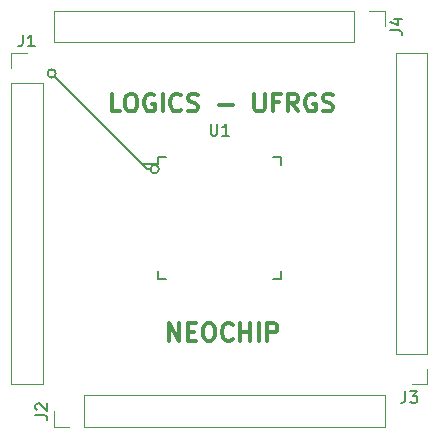
<source format=gto>
G04 #@! TF.GenerationSoftware,KiCad,Pcbnew,(2017-05-18 revision 2a3a699)-master*
G04 #@! TF.CreationDate,2019-04-25T16:04:57+01:00*
G04 #@! TF.ProjectId,probe,70726F62652E6B696361645F70636200,rev?*
G04 #@! TF.FileFunction,Legend,Top*
G04 #@! TF.FilePolarity,Positive*
%FSLAX46Y46*%
G04 Gerber Fmt 4.6, Leading zero omitted, Abs format (unit mm)*
G04 Created by KiCad (PCBNEW (2017-05-18 revision 2a3a699)-master) date Thu Apr 25 16:04:57 2019*
%MOMM*%
%LPD*%
G01*
G04 APERTURE LIST*
%ADD10C,0.100000*%
%ADD11C,0.200000*%
%ADD12C,0.300000*%
%ADD13C,0.120000*%
%ADD14C,0.150000*%
G04 APERTURE END LIST*
D10*
D11*
X12280000Y22320000D02*
X12280000Y22320000D01*
X11920000Y22320000D02*
X12280000Y22320000D01*
X4140000Y30100000D02*
X11920000Y22320000D01*
X12963836Y22300000D02*
G75*
G03X12963836Y22300000I-353836J0D01*
G01*
X4243836Y30400000D02*
G75*
G03X4243836Y30400000I-353836J0D01*
G01*
D12*
X9702857Y27181429D02*
X8988571Y27181429D01*
X8988571Y28681429D01*
X10488571Y28681429D02*
X10774285Y28681429D01*
X10917142Y28610000D01*
X11060000Y28467143D01*
X11131428Y28181429D01*
X11131428Y27681429D01*
X11060000Y27395715D01*
X10917142Y27252858D01*
X10774285Y27181429D01*
X10488571Y27181429D01*
X10345714Y27252858D01*
X10202857Y27395715D01*
X10131428Y27681429D01*
X10131428Y28181429D01*
X10202857Y28467143D01*
X10345714Y28610000D01*
X10488571Y28681429D01*
X12560000Y28610000D02*
X12417142Y28681429D01*
X12202857Y28681429D01*
X11988571Y28610000D01*
X11845714Y28467143D01*
X11774285Y28324286D01*
X11702857Y28038572D01*
X11702857Y27824286D01*
X11774285Y27538572D01*
X11845714Y27395715D01*
X11988571Y27252858D01*
X12202857Y27181429D01*
X12345714Y27181429D01*
X12560000Y27252858D01*
X12631428Y27324286D01*
X12631428Y27824286D01*
X12345714Y27824286D01*
X13274285Y27181429D02*
X13274285Y28681429D01*
X14845714Y27324286D02*
X14774285Y27252858D01*
X14560000Y27181429D01*
X14417142Y27181429D01*
X14202857Y27252858D01*
X14060000Y27395715D01*
X13988571Y27538572D01*
X13917142Y27824286D01*
X13917142Y28038572D01*
X13988571Y28324286D01*
X14060000Y28467143D01*
X14202857Y28610000D01*
X14417142Y28681429D01*
X14560000Y28681429D01*
X14774285Y28610000D01*
X14845714Y28538572D01*
X15417142Y27252858D02*
X15631428Y27181429D01*
X15988571Y27181429D01*
X16131428Y27252858D01*
X16202857Y27324286D01*
X16274285Y27467143D01*
X16274285Y27610000D01*
X16202857Y27752858D01*
X16131428Y27824286D01*
X15988571Y27895715D01*
X15702857Y27967143D01*
X15560000Y28038572D01*
X15488571Y28110000D01*
X15417142Y28252858D01*
X15417142Y28395715D01*
X15488571Y28538572D01*
X15560000Y28610000D01*
X15702857Y28681429D01*
X16060000Y28681429D01*
X16274285Y28610000D01*
X18060000Y27752858D02*
X19202857Y27752858D01*
X21060000Y28681429D02*
X21060000Y27467143D01*
X21131428Y27324286D01*
X21202857Y27252858D01*
X21345714Y27181429D01*
X21631428Y27181429D01*
X21774285Y27252858D01*
X21845714Y27324286D01*
X21917142Y27467143D01*
X21917142Y28681429D01*
X23131428Y27967143D02*
X22631428Y27967143D01*
X22631428Y27181429D02*
X22631428Y28681429D01*
X23345714Y28681429D01*
X24774285Y27181429D02*
X24274285Y27895715D01*
X23917142Y27181429D02*
X23917142Y28681429D01*
X24488571Y28681429D01*
X24631428Y28610000D01*
X24702857Y28538572D01*
X24774285Y28395715D01*
X24774285Y28181429D01*
X24702857Y28038572D01*
X24631428Y27967143D01*
X24488571Y27895715D01*
X23917142Y27895715D01*
X26202857Y28610000D02*
X26060000Y28681429D01*
X25845714Y28681429D01*
X25631428Y28610000D01*
X25488571Y28467143D01*
X25417142Y28324286D01*
X25345714Y28038572D01*
X25345714Y27824286D01*
X25417142Y27538572D01*
X25488571Y27395715D01*
X25631428Y27252858D01*
X25845714Y27181429D01*
X25988571Y27181429D01*
X26202857Y27252858D01*
X26274285Y27324286D01*
X26274285Y27824286D01*
X25988571Y27824286D01*
X26845714Y27252858D02*
X27060000Y27181429D01*
X27417142Y27181429D01*
X27560000Y27252858D01*
X27631428Y27324286D01*
X27702857Y27467143D01*
X27702857Y27610000D01*
X27631428Y27752858D01*
X27560000Y27824286D01*
X27417142Y27895715D01*
X27131428Y27967143D01*
X26988571Y28038572D01*
X26917142Y28110000D01*
X26845714Y28252858D01*
X26845714Y28395715D01*
X26917142Y28538572D01*
X26988571Y28610000D01*
X27131428Y28681429D01*
X27488571Y28681429D01*
X27702857Y28610000D01*
X13854285Y7761429D02*
X13854285Y9261429D01*
X14711428Y7761429D01*
X14711428Y9261429D01*
X15425714Y8547143D02*
X15925714Y8547143D01*
X16140000Y7761429D02*
X15425714Y7761429D01*
X15425714Y9261429D01*
X16140000Y9261429D01*
X17068571Y9261429D02*
X17354285Y9261429D01*
X17497142Y9190000D01*
X17640000Y9047143D01*
X17711428Y8761429D01*
X17711428Y8261429D01*
X17640000Y7975715D01*
X17497142Y7832858D01*
X17354285Y7761429D01*
X17068571Y7761429D01*
X16925714Y7832858D01*
X16782857Y7975715D01*
X16711428Y8261429D01*
X16711428Y8761429D01*
X16782857Y9047143D01*
X16925714Y9190000D01*
X17068571Y9261429D01*
X19211428Y7904286D02*
X19140000Y7832858D01*
X18925714Y7761429D01*
X18782857Y7761429D01*
X18568571Y7832858D01*
X18425714Y7975715D01*
X18354285Y8118572D01*
X18282857Y8404286D01*
X18282857Y8618572D01*
X18354285Y8904286D01*
X18425714Y9047143D01*
X18568571Y9190000D01*
X18782857Y9261429D01*
X18925714Y9261429D01*
X19140000Y9190000D01*
X19211428Y9118572D01*
X19854285Y7761429D02*
X19854285Y9261429D01*
X19854285Y8547143D02*
X20711428Y8547143D01*
X20711428Y7761429D02*
X20711428Y9261429D01*
X21425714Y7761429D02*
X21425714Y9261429D01*
X22140000Y7761429D02*
X22140000Y9261429D01*
X22711428Y9261429D01*
X22854285Y9190000D01*
X22925714Y9118572D01*
X22997142Y8975715D01*
X22997142Y8761429D01*
X22925714Y8618572D01*
X22854285Y8547143D01*
X22711428Y8475715D01*
X22140000Y8475715D01*
D13*
X35700000Y4070000D02*
X34370000Y4070000D01*
X35700000Y5400000D02*
X35700000Y4070000D01*
X35700000Y6670000D02*
X33040000Y6670000D01*
X33040000Y6670000D02*
X33040000Y32130000D01*
X35700000Y6670000D02*
X35700000Y32130000D01*
X35700000Y32130000D02*
X33040000Y32130000D01*
D14*
X12935000Y23315000D02*
X12935000Y22740000D01*
X23285000Y23315000D02*
X23285000Y22640000D01*
X23285000Y12965000D02*
X23285000Y13640000D01*
X12935000Y12965000D02*
X12935000Y13640000D01*
X12935000Y23315000D02*
X13610000Y23315000D01*
X12935000Y12965000D02*
X13610000Y12965000D01*
X23285000Y12965000D02*
X22610000Y12965000D01*
X23285000Y23315000D02*
X22610000Y23315000D01*
X12935000Y22740000D02*
X11660000Y22740000D01*
D13*
X32120000Y480000D02*
X32120000Y3140000D01*
X6660000Y480000D02*
X32120000Y480000D01*
X6660000Y3140000D02*
X32120000Y3140000D01*
X6660000Y480000D02*
X6660000Y3140000D01*
X5390000Y480000D02*
X4060000Y480000D01*
X4060000Y480000D02*
X4060000Y1810000D01*
X460000Y32150000D02*
X1790000Y32150000D01*
X460000Y30820000D02*
X460000Y32150000D01*
X460000Y29550000D02*
X3120000Y29550000D01*
X3120000Y29550000D02*
X3120000Y4090000D01*
X460000Y29550000D02*
X460000Y4090000D01*
X460000Y4090000D02*
X3120000Y4090000D01*
X4050000Y35730000D02*
X4050000Y33070000D01*
X29510000Y35730000D02*
X4050000Y35730000D01*
X29510000Y33070000D02*
X4050000Y33070000D01*
X29510000Y35730000D02*
X29510000Y33070000D01*
X30780000Y35730000D02*
X32110000Y35730000D01*
X32110000Y35730000D02*
X32110000Y34400000D01*
D14*
X33846666Y3497620D02*
X33846666Y2783334D01*
X33799047Y2640477D01*
X33703809Y2545239D01*
X33560952Y2497620D01*
X33465714Y2497620D01*
X34227619Y3497620D02*
X34846666Y3497620D01*
X34513333Y3116667D01*
X34656190Y3116667D01*
X34751428Y3069048D01*
X34799047Y3021429D01*
X34846666Y2926191D01*
X34846666Y2688096D01*
X34799047Y2592858D01*
X34751428Y2545239D01*
X34656190Y2497620D01*
X34370476Y2497620D01*
X34275238Y2545239D01*
X34227619Y2592858D01*
X17348095Y26137620D02*
X17348095Y25328096D01*
X17395714Y25232858D01*
X17443333Y25185239D01*
X17538571Y25137620D01*
X17729047Y25137620D01*
X17824285Y25185239D01*
X17871904Y25232858D01*
X17919523Y25328096D01*
X17919523Y26137620D01*
X18919523Y25137620D02*
X18348095Y25137620D01*
X18633809Y25137620D02*
X18633809Y26137620D01*
X18538571Y25994762D01*
X18443333Y25899524D01*
X18348095Y25851905D01*
X2512380Y1476667D02*
X3226666Y1476667D01*
X3369523Y1429048D01*
X3464761Y1333810D01*
X3512380Y1190953D01*
X3512380Y1095715D01*
X2607619Y1905239D02*
X2560000Y1952858D01*
X2512380Y2048096D01*
X2512380Y2286191D01*
X2560000Y2381429D01*
X2607619Y2429048D01*
X2702857Y2476667D01*
X2798095Y2476667D01*
X2940952Y2429048D01*
X3512380Y1857620D01*
X3512380Y2476667D01*
X1456666Y33697620D02*
X1456666Y32983334D01*
X1409047Y32840477D01*
X1313809Y32745239D01*
X1170952Y32697620D01*
X1075714Y32697620D01*
X2456666Y32697620D02*
X1885238Y32697620D01*
X2170952Y32697620D02*
X2170952Y33697620D01*
X2075714Y33554762D01*
X1980476Y33459524D01*
X1885238Y33411905D01*
X32562380Y34066667D02*
X33276666Y34066667D01*
X33419523Y34019048D01*
X33514761Y33923810D01*
X33562380Y33780953D01*
X33562380Y33685715D01*
X32895714Y34971429D02*
X33562380Y34971429D01*
X32514761Y34733334D02*
X33229047Y34495239D01*
X33229047Y35114286D01*
M02*

</source>
